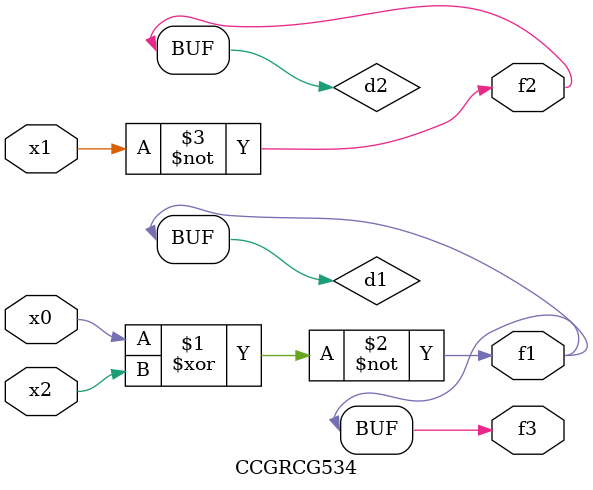
<source format=v>
module CCGRCG534(
	input x0, x1, x2,
	output f1, f2, f3
);

	wire d1, d2, d3;

	xnor (d1, x0, x2);
	nand (d2, x1);
	nor (d3, x1, x2);
	assign f1 = d1;
	assign f2 = d2;
	assign f3 = d1;
endmodule

</source>
